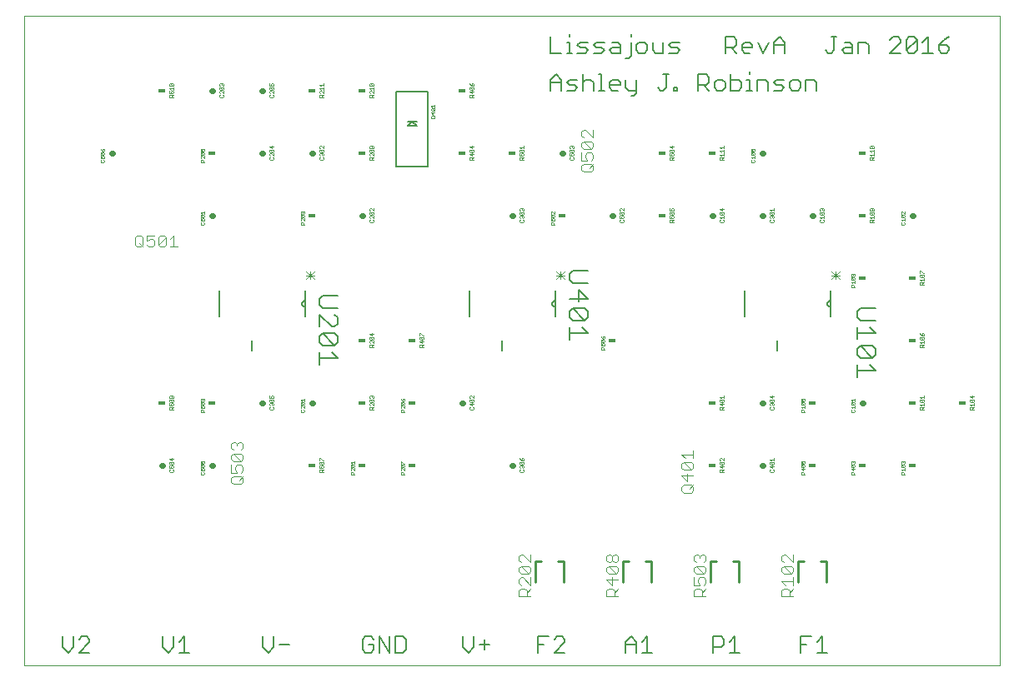
<source format=gto>
G75*
%MOIN*%
%OFA0B0*%
%FSLAX24Y24*%
%IPPOS*%
%LPD*%
%AMOC8*
5,1,8,0,0,1.08239X$1,22.5*
%
%ADD10C,0.0000*%
%ADD11C,0.0060*%
%ADD12C,0.0030*%
%ADD13C,0.0080*%
%ADD14C,0.0010*%
%ADD15R,0.0300X0.0180*%
%ADD16C,0.0220*%
%ADD17C,0.0100*%
%ADD18C,0.0040*%
%ADD19C,0.0050*%
D10*
X000680Y000705D02*
X039680Y000705D01*
X039680Y026705D01*
X000680Y026705D01*
X000680Y026701D02*
X000680Y000705D01*
D11*
X002210Y001449D02*
X002424Y001235D01*
X002637Y001449D01*
X002637Y001876D01*
X002855Y001769D02*
X002961Y001876D01*
X003175Y001876D01*
X003282Y001769D01*
X003282Y001662D01*
X002855Y001235D01*
X003282Y001235D01*
X002210Y001449D02*
X002210Y001876D01*
X006210Y001876D02*
X006210Y001449D01*
X006424Y001235D01*
X006637Y001449D01*
X006637Y001876D01*
X006855Y001662D02*
X007068Y001876D01*
X007068Y001235D01*
X006855Y001235D02*
X007282Y001235D01*
X010210Y001449D02*
X010424Y001235D01*
X010637Y001449D01*
X010637Y001876D01*
X010855Y001555D02*
X011282Y001555D01*
X010210Y001449D02*
X010210Y001876D01*
X014210Y001769D02*
X014210Y001342D01*
X014317Y001235D01*
X014530Y001235D01*
X014637Y001342D01*
X014637Y001555D01*
X014424Y001555D01*
X014637Y001769D02*
X014530Y001876D01*
X014317Y001876D01*
X014210Y001769D01*
X014855Y001876D02*
X015282Y001235D01*
X015282Y001876D01*
X015499Y001876D02*
X015819Y001876D01*
X015926Y001769D01*
X015926Y001342D01*
X015819Y001235D01*
X015499Y001235D01*
X015499Y001876D01*
X014855Y001876D02*
X014855Y001235D01*
X018210Y001449D02*
X018424Y001235D01*
X018637Y001449D01*
X018637Y001876D01*
X018855Y001555D02*
X019282Y001555D01*
X019068Y001342D02*
X019068Y001769D01*
X018210Y001876D02*
X018210Y001449D01*
X021210Y001555D02*
X021424Y001555D01*
X021210Y001876D02*
X021637Y001876D01*
X021855Y001769D02*
X021961Y001876D01*
X022175Y001876D01*
X022282Y001769D01*
X022282Y001662D01*
X021855Y001235D01*
X022282Y001235D01*
X021210Y001235D02*
X021210Y001876D01*
X024710Y001662D02*
X024710Y001235D01*
X024710Y001555D02*
X025137Y001555D01*
X025137Y001662D02*
X024924Y001876D01*
X024710Y001662D01*
X025137Y001662D02*
X025137Y001235D01*
X025355Y001235D02*
X025782Y001235D01*
X025568Y001235D02*
X025568Y001876D01*
X025355Y001662D01*
X028210Y001449D02*
X028530Y001449D01*
X028637Y001555D01*
X028637Y001769D01*
X028530Y001876D01*
X028210Y001876D01*
X028210Y001235D01*
X028855Y001235D02*
X029282Y001235D01*
X029068Y001235D02*
X029068Y001876D01*
X028855Y001662D01*
X031710Y001555D02*
X031924Y001555D01*
X031710Y001876D02*
X032137Y001876D01*
X032355Y001662D02*
X032568Y001876D01*
X032568Y001235D01*
X032355Y001235D02*
X032782Y001235D01*
X031710Y001235D02*
X031710Y001876D01*
X030770Y013315D02*
X030770Y013715D01*
X029460Y014695D02*
X029460Y015715D01*
X032900Y015715D02*
X032900Y015325D01*
X032900Y015085D01*
X032900Y014695D01*
X032900Y015085D02*
X032879Y015087D01*
X032859Y015092D01*
X032840Y015101D01*
X032823Y015113D01*
X032808Y015128D01*
X032796Y015145D01*
X032787Y015164D01*
X032782Y015184D01*
X032780Y015205D01*
X032782Y015226D01*
X032787Y015246D01*
X032796Y015265D01*
X032808Y015282D01*
X032823Y015297D01*
X032840Y015309D01*
X032859Y015318D01*
X032879Y015323D01*
X032900Y015325D01*
X021900Y015325D02*
X021900Y015715D01*
X021900Y015325D02*
X021900Y015085D01*
X021900Y014695D01*
X021900Y015085D02*
X021879Y015087D01*
X021859Y015092D01*
X021840Y015101D01*
X021823Y015113D01*
X021808Y015128D01*
X021796Y015145D01*
X021787Y015164D01*
X021782Y015184D01*
X021780Y015205D01*
X021782Y015226D01*
X021787Y015246D01*
X021796Y015265D01*
X021808Y015282D01*
X021823Y015297D01*
X021840Y015309D01*
X021859Y015318D01*
X021879Y015323D01*
X021900Y015325D01*
X019770Y013715D02*
X019770Y013315D01*
X018460Y014695D02*
X018460Y015715D01*
X011900Y015715D02*
X011900Y015325D01*
X011900Y015085D01*
X011900Y014695D01*
X011900Y015085D02*
X011879Y015087D01*
X011859Y015092D01*
X011840Y015101D01*
X011823Y015113D01*
X011808Y015128D01*
X011796Y015145D01*
X011787Y015164D01*
X011782Y015184D01*
X011780Y015205D01*
X011782Y015226D01*
X011787Y015246D01*
X011796Y015265D01*
X011808Y015282D01*
X011823Y015297D01*
X011840Y015309D01*
X011859Y015318D01*
X011879Y015323D01*
X011900Y015325D01*
X009770Y013715D02*
X009770Y013315D01*
X008460Y014695D02*
X008460Y015715D01*
X021710Y023735D02*
X021710Y024162D01*
X021924Y024376D01*
X022137Y024162D01*
X022137Y023735D01*
X022355Y023735D02*
X022675Y023735D01*
X022782Y023842D01*
X022675Y023949D01*
X022461Y023949D01*
X022355Y024055D01*
X022461Y024162D01*
X022782Y024162D01*
X022999Y024055D02*
X023106Y024162D01*
X023319Y024162D01*
X023426Y024055D01*
X023426Y023735D01*
X023644Y023735D02*
X023857Y023735D01*
X023750Y023735D02*
X023750Y024376D01*
X023644Y024376D01*
X024073Y024055D02*
X024180Y024162D01*
X024394Y024162D01*
X024500Y024055D01*
X024500Y023949D01*
X024073Y023949D01*
X024073Y024055D02*
X024073Y023842D01*
X024180Y023735D01*
X024394Y023735D01*
X024718Y023842D02*
X024825Y023735D01*
X025145Y023735D01*
X025145Y023628D02*
X025038Y023521D01*
X024931Y023521D01*
X025145Y023628D02*
X025145Y024162D01*
X024718Y024162D02*
X024718Y023842D01*
X026007Y023842D02*
X026114Y023735D01*
X026221Y023735D01*
X026327Y023842D01*
X026327Y024376D01*
X026221Y024376D02*
X026434Y024376D01*
X026652Y023842D02*
X026758Y023842D01*
X026758Y023735D01*
X026652Y023735D01*
X026652Y023842D01*
X027618Y023949D02*
X027939Y023949D01*
X028045Y024055D01*
X028045Y024269D01*
X027939Y024376D01*
X027618Y024376D01*
X027618Y023735D01*
X027832Y023949D02*
X028045Y023735D01*
X028263Y023842D02*
X028370Y023735D01*
X028583Y023735D01*
X028690Y023842D01*
X028690Y024055D01*
X028583Y024162D01*
X028370Y024162D01*
X028263Y024055D01*
X028263Y023842D01*
X028907Y023735D02*
X028907Y024376D01*
X028907Y024162D02*
X029228Y024162D01*
X029335Y024055D01*
X029335Y023842D01*
X029228Y023735D01*
X028907Y023735D01*
X029552Y023735D02*
X029766Y023735D01*
X029659Y023735D02*
X029659Y024162D01*
X029552Y024162D01*
X029659Y024376D02*
X029659Y024482D01*
X029982Y024162D02*
X030302Y024162D01*
X030409Y024055D01*
X030409Y023735D01*
X030626Y023735D02*
X030947Y023735D01*
X031053Y023842D01*
X030947Y023949D01*
X030733Y023949D01*
X030626Y024055D01*
X030733Y024162D01*
X031053Y024162D01*
X031271Y024055D02*
X031378Y024162D01*
X031591Y024162D01*
X031698Y024055D01*
X031698Y023842D01*
X031591Y023735D01*
X031378Y023735D01*
X031271Y023842D01*
X031271Y024055D01*
X031915Y024162D02*
X031915Y023735D01*
X032342Y023735D02*
X032342Y024055D01*
X032236Y024162D01*
X031915Y024162D01*
X029982Y024162D02*
X029982Y023735D01*
X030213Y025235D02*
X030426Y025662D01*
X030644Y025662D02*
X030644Y025235D01*
X030644Y025555D02*
X031071Y025555D01*
X031071Y025662D02*
X031071Y025235D01*
X031071Y025662D02*
X030857Y025876D01*
X030644Y025662D01*
X030213Y025235D02*
X029999Y025662D01*
X029782Y025555D02*
X029782Y025449D01*
X029355Y025449D01*
X029355Y025555D02*
X029355Y025342D01*
X029461Y025235D01*
X029675Y025235D01*
X029782Y025555D02*
X029675Y025662D01*
X029461Y025662D01*
X029355Y025555D01*
X029137Y025555D02*
X029030Y025449D01*
X028710Y025449D01*
X028924Y025449D02*
X029137Y025235D01*
X029137Y025555D02*
X029137Y025769D01*
X029030Y025876D01*
X028710Y025876D01*
X028710Y025235D01*
X026864Y025342D02*
X026757Y025449D01*
X026543Y025449D01*
X026437Y025555D01*
X026543Y025662D01*
X026864Y025662D01*
X026864Y025342D02*
X026757Y025235D01*
X026437Y025235D01*
X026219Y025235D02*
X026219Y025662D01*
X025792Y025662D02*
X025792Y025342D01*
X025899Y025235D01*
X026219Y025235D01*
X025575Y025342D02*
X025575Y025555D01*
X025468Y025662D01*
X025254Y025662D01*
X025148Y025555D01*
X025148Y025342D01*
X025254Y025235D01*
X025468Y025235D01*
X025575Y025342D01*
X024931Y025128D02*
X024931Y025662D01*
X024931Y025876D02*
X024931Y025982D01*
X024500Y025555D02*
X024394Y025662D01*
X024180Y025662D01*
X024180Y025449D02*
X024500Y025449D01*
X024500Y025555D02*
X024500Y025235D01*
X024180Y025235D01*
X024073Y025342D01*
X024180Y025449D01*
X023856Y025342D02*
X023749Y025449D01*
X023536Y025449D01*
X023429Y025555D01*
X023536Y025662D01*
X023856Y025662D01*
X023856Y025342D02*
X023749Y025235D01*
X023429Y025235D01*
X023211Y025342D02*
X023105Y025449D01*
X022891Y025449D01*
X022784Y025555D01*
X022891Y025662D01*
X023211Y025662D01*
X023211Y025342D02*
X023105Y025235D01*
X022784Y025235D01*
X022568Y025235D02*
X022355Y025235D01*
X022461Y025235D02*
X022461Y025662D01*
X022355Y025662D01*
X022461Y025876D02*
X022461Y025982D01*
X021710Y025876D02*
X021710Y025235D01*
X022137Y025235D01*
X022999Y024376D02*
X022999Y023735D01*
X022137Y024055D02*
X021710Y024055D01*
X024718Y025021D02*
X024825Y025021D01*
X024931Y025128D01*
X032710Y025342D02*
X032817Y025235D01*
X032924Y025235D01*
X033030Y025342D01*
X033030Y025876D01*
X032924Y025876D02*
X033137Y025876D01*
X033461Y025662D02*
X033675Y025662D01*
X033782Y025555D01*
X033782Y025235D01*
X033461Y025235D01*
X033355Y025342D01*
X033461Y025449D01*
X033782Y025449D01*
X033999Y025235D02*
X033999Y025662D01*
X034319Y025662D01*
X034426Y025555D01*
X034426Y025235D01*
X035288Y025235D02*
X035715Y025662D01*
X035715Y025769D01*
X035608Y025876D01*
X035395Y025876D01*
X035288Y025769D01*
X035288Y025235D02*
X035715Y025235D01*
X035933Y025342D02*
X036360Y025769D01*
X036360Y025342D01*
X036253Y025235D01*
X036040Y025235D01*
X035933Y025342D01*
X035933Y025769D01*
X036040Y025876D01*
X036253Y025876D01*
X036360Y025769D01*
X036577Y025662D02*
X036791Y025876D01*
X036791Y025235D01*
X037004Y025235D02*
X036577Y025235D01*
X037222Y025342D02*
X037222Y025555D01*
X037542Y025555D01*
X037649Y025449D01*
X037649Y025342D01*
X037542Y025235D01*
X037329Y025235D01*
X037222Y025342D01*
X037222Y025555D02*
X037435Y025769D01*
X037649Y025876D01*
D12*
X033257Y016490D02*
X032943Y016176D01*
X032943Y016333D02*
X033257Y016333D01*
X033257Y016176D02*
X032943Y016490D01*
X033100Y016490D02*
X033100Y016176D01*
X022257Y016176D02*
X021943Y016490D01*
X021943Y016333D02*
X022257Y016333D01*
X022257Y016490D02*
X021943Y016176D01*
X022100Y016176D02*
X022100Y016490D01*
X012257Y016490D02*
X011943Y016176D01*
X011943Y016333D02*
X012257Y016333D01*
X012257Y016176D02*
X011943Y016490D01*
X012100Y016490D02*
X012100Y016176D01*
D13*
X012593Y015525D02*
X012470Y015402D01*
X012470Y015155D01*
X012593Y015031D01*
X013211Y015031D01*
X013087Y014770D02*
X013211Y014647D01*
X013211Y014400D01*
X013087Y014276D01*
X012964Y014276D01*
X012470Y014770D01*
X012470Y014276D01*
X012593Y014015D02*
X013087Y013521D01*
X012593Y013521D01*
X012470Y013645D01*
X012470Y013891D01*
X012593Y014015D01*
X013087Y014015D01*
X013211Y013891D01*
X013211Y013645D01*
X013087Y013521D01*
X012964Y013260D02*
X013211Y013013D01*
X012470Y013013D01*
X012470Y013260D02*
X012470Y012766D01*
X012593Y015525D02*
X013211Y015525D01*
X022470Y015400D02*
X023211Y015400D01*
X022840Y015770D01*
X022840Y015276D01*
X022593Y015015D02*
X023087Y014521D01*
X022593Y014521D01*
X022470Y014645D01*
X022470Y014891D01*
X022593Y015015D01*
X023087Y015015D01*
X023211Y014891D01*
X023211Y014645D01*
X023087Y014521D01*
X022964Y014260D02*
X023211Y014013D01*
X022470Y014013D01*
X022470Y014260D02*
X022470Y013766D01*
X022593Y016031D02*
X023211Y016031D01*
X022593Y016031D02*
X022470Y016155D01*
X022470Y016402D01*
X022593Y016525D01*
X023211Y016525D01*
X033970Y014902D02*
X033970Y014655D01*
X034093Y014531D01*
X034711Y014531D01*
X034464Y014270D02*
X034711Y014023D01*
X033970Y014023D01*
X033970Y014270D02*
X033970Y013776D01*
X034093Y013515D02*
X034587Y013021D01*
X034093Y013021D01*
X033970Y013145D01*
X033970Y013391D01*
X034093Y013515D01*
X034587Y013515D01*
X034711Y013391D01*
X034711Y013145D01*
X034587Y013021D01*
X034464Y012760D02*
X034711Y012513D01*
X033970Y012513D01*
X033970Y012760D02*
X033970Y012266D01*
X033970Y014902D02*
X034093Y015025D01*
X034711Y015025D01*
D14*
X033875Y015860D02*
X033725Y015860D01*
X033725Y015935D01*
X033750Y015960D01*
X033800Y015960D01*
X033825Y015935D01*
X033825Y015860D01*
X033825Y015910D02*
X033875Y015960D01*
X033875Y016007D02*
X033875Y016107D01*
X033875Y016057D02*
X033725Y016057D01*
X033775Y016007D01*
X033750Y016155D02*
X033725Y016180D01*
X033725Y016230D01*
X033750Y016255D01*
X033850Y016155D01*
X033875Y016180D01*
X033875Y016230D01*
X033850Y016255D01*
X033750Y016255D01*
X033750Y016302D02*
X033775Y016302D01*
X033800Y016327D01*
X033800Y016377D01*
X033825Y016402D01*
X033850Y016402D01*
X033875Y016377D01*
X033875Y016327D01*
X033850Y016302D01*
X033825Y016302D01*
X033800Y016327D01*
X033800Y016377D02*
X033775Y016402D01*
X033750Y016402D01*
X033725Y016377D01*
X033725Y016327D01*
X033750Y016302D01*
X033750Y016155D02*
X033850Y016155D01*
X036485Y016168D02*
X036535Y016118D01*
X036560Y016071D02*
X036585Y016046D01*
X036585Y015971D01*
X036585Y016021D02*
X036635Y016071D01*
X036635Y016118D02*
X036635Y016218D01*
X036635Y016168D02*
X036485Y016168D01*
X036510Y016071D02*
X036560Y016071D01*
X036510Y016071D02*
X036485Y016046D01*
X036485Y015971D01*
X036635Y015971D01*
X036610Y016265D02*
X036510Y016365D01*
X036610Y016365D01*
X036635Y016340D01*
X036635Y016290D01*
X036610Y016265D01*
X036510Y016265D01*
X036485Y016290D01*
X036485Y016340D01*
X036510Y016365D01*
X036485Y016413D02*
X036485Y016513D01*
X036510Y016513D01*
X036610Y016413D01*
X036635Y016413D01*
X035850Y018360D02*
X035875Y018385D01*
X035875Y018435D01*
X035850Y018460D01*
X035875Y018507D02*
X035875Y018607D01*
X035875Y018557D02*
X035725Y018557D01*
X035775Y018507D01*
X035750Y018460D02*
X035725Y018435D01*
X035725Y018385D01*
X035750Y018360D01*
X035850Y018360D01*
X035850Y018655D02*
X035750Y018755D01*
X035850Y018755D01*
X035875Y018730D01*
X035875Y018680D01*
X035850Y018655D01*
X035750Y018655D01*
X035725Y018680D01*
X035725Y018730D01*
X035750Y018755D01*
X035750Y018802D02*
X035725Y018827D01*
X035725Y018877D01*
X035750Y018902D01*
X035775Y018902D01*
X035875Y018802D01*
X035875Y018902D01*
X034635Y018938D02*
X034635Y018988D01*
X034610Y019013D01*
X034510Y019013D01*
X034485Y018988D01*
X034485Y018938D01*
X034510Y018913D01*
X034535Y018913D01*
X034560Y018938D01*
X034560Y019013D01*
X034635Y018938D02*
X034610Y018913D01*
X034610Y018865D02*
X034635Y018840D01*
X034635Y018790D01*
X034610Y018765D01*
X034510Y018865D01*
X034610Y018865D01*
X034610Y018765D02*
X034510Y018765D01*
X034485Y018790D01*
X034485Y018840D01*
X034510Y018865D01*
X034635Y018718D02*
X034635Y018618D01*
X034635Y018571D02*
X034585Y018521D01*
X034585Y018546D02*
X034585Y018471D01*
X034635Y018471D02*
X034485Y018471D01*
X034485Y018546D01*
X034510Y018571D01*
X034560Y018571D01*
X034585Y018546D01*
X034535Y018618D02*
X034485Y018668D01*
X034635Y018668D01*
X032635Y018668D02*
X032485Y018668D01*
X032535Y018618D01*
X032510Y018571D02*
X032485Y018546D01*
X032485Y018496D01*
X032510Y018471D01*
X032610Y018471D01*
X032635Y018496D01*
X032635Y018546D01*
X032610Y018571D01*
X032635Y018618D02*
X032635Y018718D01*
X032610Y018765D02*
X032635Y018790D01*
X032635Y018840D01*
X032610Y018865D01*
X032510Y018865D01*
X032610Y018765D01*
X032510Y018765D01*
X032485Y018790D01*
X032485Y018840D01*
X032510Y018865D01*
X032510Y018913D02*
X032485Y018938D01*
X032485Y018988D01*
X032510Y019013D01*
X032535Y019013D01*
X032560Y018988D01*
X032585Y019013D01*
X032610Y019013D01*
X032635Y018988D01*
X032635Y018938D01*
X032610Y018913D01*
X032560Y018963D02*
X032560Y018988D01*
X030635Y019013D02*
X030635Y018913D01*
X030635Y018963D02*
X030485Y018963D01*
X030535Y018913D01*
X030510Y018865D02*
X030610Y018765D01*
X030635Y018790D01*
X030635Y018840D01*
X030610Y018865D01*
X030510Y018865D01*
X030485Y018840D01*
X030485Y018790D01*
X030510Y018765D01*
X030610Y018765D01*
X030610Y018718D02*
X030635Y018693D01*
X030635Y018643D01*
X030610Y018618D01*
X030610Y018571D02*
X030635Y018546D01*
X030635Y018496D01*
X030610Y018471D01*
X030510Y018471D01*
X030485Y018496D01*
X030485Y018546D01*
X030510Y018571D01*
X030510Y018618D02*
X030485Y018643D01*
X030485Y018693D01*
X030510Y018718D01*
X030535Y018718D01*
X030560Y018693D01*
X030585Y018718D01*
X030610Y018718D01*
X030560Y018693D02*
X030560Y018668D01*
X028635Y018668D02*
X028485Y018668D01*
X028535Y018618D01*
X028510Y018571D02*
X028485Y018546D01*
X028485Y018496D01*
X028510Y018471D01*
X028610Y018471D01*
X028635Y018496D01*
X028635Y018546D01*
X028610Y018571D01*
X028635Y018618D02*
X028635Y018718D01*
X028610Y018765D02*
X028510Y018865D01*
X028610Y018865D01*
X028635Y018840D01*
X028635Y018790D01*
X028610Y018765D01*
X028510Y018765D01*
X028485Y018790D01*
X028485Y018840D01*
X028510Y018865D01*
X028560Y018913D02*
X028560Y019013D01*
X028635Y018988D02*
X028485Y018988D01*
X028560Y018913D01*
X026635Y018938D02*
X026610Y018913D01*
X026635Y018938D02*
X026635Y018988D01*
X026610Y019013D01*
X026560Y019013D01*
X026535Y018988D01*
X026535Y018963D01*
X026560Y018913D01*
X026485Y018913D01*
X026485Y019013D01*
X026510Y018865D02*
X026610Y018765D01*
X026635Y018790D01*
X026635Y018840D01*
X026610Y018865D01*
X026510Y018865D01*
X026485Y018840D01*
X026485Y018790D01*
X026510Y018765D01*
X026610Y018765D01*
X026610Y018718D02*
X026635Y018693D01*
X026635Y018643D01*
X026610Y018618D01*
X026560Y018618D02*
X026535Y018668D01*
X026535Y018693D01*
X026560Y018718D01*
X026610Y018718D01*
X026560Y018618D02*
X026485Y018618D01*
X026485Y018718D01*
X026510Y018571D02*
X026560Y018571D01*
X026585Y018546D01*
X026585Y018471D01*
X026585Y018521D02*
X026635Y018571D01*
X026635Y018471D02*
X026485Y018471D01*
X026485Y018546D01*
X026510Y018571D01*
X024635Y018546D02*
X024610Y018571D01*
X024635Y018546D02*
X024635Y018496D01*
X024610Y018471D01*
X024510Y018471D01*
X024485Y018496D01*
X024485Y018546D01*
X024510Y018571D01*
X024485Y018618D02*
X024560Y018618D01*
X024535Y018668D01*
X024535Y018693D01*
X024560Y018718D01*
X024610Y018718D01*
X024635Y018693D01*
X024635Y018643D01*
X024610Y018618D01*
X024485Y018618D02*
X024485Y018718D01*
X024510Y018765D02*
X024485Y018790D01*
X024485Y018840D01*
X024510Y018865D01*
X024610Y018765D01*
X024635Y018790D01*
X024635Y018840D01*
X024610Y018865D01*
X024510Y018865D01*
X024510Y018913D02*
X024485Y018938D01*
X024485Y018988D01*
X024510Y019013D01*
X024535Y019013D01*
X024635Y018913D01*
X024635Y019013D01*
X024610Y018765D02*
X024510Y018765D01*
X021875Y018730D02*
X021875Y018680D01*
X021850Y018655D01*
X021750Y018755D01*
X021850Y018755D01*
X021875Y018730D01*
X021875Y018802D02*
X021775Y018902D01*
X021750Y018902D01*
X021725Y018877D01*
X021725Y018827D01*
X021750Y018802D01*
X021750Y018755D02*
X021725Y018730D01*
X021725Y018680D01*
X021750Y018655D01*
X021850Y018655D01*
X021850Y018607D02*
X021875Y018582D01*
X021875Y018532D01*
X021850Y018507D01*
X021800Y018507D02*
X021775Y018557D01*
X021775Y018582D01*
X021800Y018607D01*
X021850Y018607D01*
X021800Y018507D02*
X021725Y018507D01*
X021725Y018607D01*
X021750Y018460D02*
X021800Y018460D01*
X021825Y018435D01*
X021825Y018360D01*
X021875Y018360D02*
X021725Y018360D01*
X021725Y018435D01*
X021750Y018460D01*
X021825Y018410D02*
X021875Y018460D01*
X021875Y018802D02*
X021875Y018902D01*
X020635Y018938D02*
X020610Y018913D01*
X020635Y018938D02*
X020635Y018988D01*
X020610Y019013D01*
X020585Y019013D01*
X020560Y018988D01*
X020560Y018963D01*
X020560Y018988D02*
X020535Y019013D01*
X020510Y019013D01*
X020485Y018988D01*
X020485Y018938D01*
X020510Y018913D01*
X020510Y018865D02*
X020610Y018765D01*
X020635Y018790D01*
X020635Y018840D01*
X020610Y018865D01*
X020510Y018865D01*
X020485Y018840D01*
X020485Y018790D01*
X020510Y018765D01*
X020610Y018765D01*
X020610Y018718D02*
X020635Y018693D01*
X020635Y018643D01*
X020610Y018618D01*
X020610Y018571D02*
X020635Y018546D01*
X020635Y018496D01*
X020610Y018471D01*
X020510Y018471D01*
X020485Y018496D01*
X020485Y018546D01*
X020510Y018571D01*
X020510Y018618D02*
X020485Y018643D01*
X020485Y018693D01*
X020510Y018718D01*
X020535Y018718D01*
X020560Y018693D01*
X020585Y018718D01*
X020610Y018718D01*
X020560Y018693D02*
X020560Y018668D01*
X020585Y020971D02*
X020585Y021046D01*
X020560Y021071D01*
X020510Y021071D01*
X020485Y021046D01*
X020485Y020971D01*
X020635Y020971D01*
X020585Y021021D02*
X020635Y021071D01*
X020610Y021118D02*
X020635Y021143D01*
X020635Y021193D01*
X020610Y021218D01*
X020560Y021218D01*
X020535Y021193D01*
X020535Y021168D01*
X020560Y021118D01*
X020485Y021118D01*
X020485Y021218D01*
X020510Y021265D02*
X020485Y021290D01*
X020485Y021340D01*
X020510Y021365D01*
X020610Y021265D01*
X020635Y021290D01*
X020635Y021340D01*
X020610Y021365D01*
X020510Y021365D01*
X020535Y021413D02*
X020485Y021463D01*
X020635Y021463D01*
X020635Y021413D02*
X020635Y021513D01*
X020610Y021265D02*
X020510Y021265D01*
X018635Y021290D02*
X018610Y021265D01*
X018510Y021365D01*
X018610Y021365D01*
X018635Y021340D01*
X018635Y021290D01*
X018610Y021265D02*
X018510Y021265D01*
X018485Y021290D01*
X018485Y021340D01*
X018510Y021365D01*
X018560Y021413D02*
X018560Y021513D01*
X018635Y021488D02*
X018485Y021488D01*
X018560Y021413D01*
X018560Y021218D02*
X018560Y021118D01*
X018485Y021193D01*
X018635Y021193D01*
X018635Y021071D02*
X018585Y021021D01*
X018585Y021046D02*
X018585Y020971D01*
X018635Y020971D02*
X018485Y020971D01*
X018485Y021046D01*
X018510Y021071D01*
X018560Y021071D01*
X018585Y021046D01*
X017085Y022621D02*
X017085Y022696D01*
X017060Y022721D01*
X016960Y022721D01*
X016935Y022696D01*
X016935Y022621D01*
X017085Y022621D01*
X017010Y022768D02*
X017010Y022868D01*
X017060Y022915D02*
X016960Y023015D01*
X017060Y023015D01*
X017085Y022990D01*
X017085Y022940D01*
X017060Y022915D01*
X016960Y022915D01*
X016935Y022940D01*
X016935Y022990D01*
X016960Y023015D01*
X016985Y023063D02*
X016935Y023113D01*
X017085Y023113D01*
X017085Y023063D02*
X017085Y023163D01*
X017085Y022843D02*
X016935Y022843D01*
X017010Y022768D01*
X018485Y023471D02*
X018485Y023546D01*
X018510Y023571D01*
X018560Y023571D01*
X018585Y023546D01*
X018585Y023471D01*
X018585Y023521D02*
X018635Y023571D01*
X018560Y023618D02*
X018560Y023718D01*
X018610Y023765D02*
X018510Y023865D01*
X018610Y023865D01*
X018635Y023840D01*
X018635Y023790D01*
X018610Y023765D01*
X018510Y023765D01*
X018485Y023790D01*
X018485Y023840D01*
X018510Y023865D01*
X018560Y023913D02*
X018560Y023988D01*
X018585Y024013D01*
X018610Y024013D01*
X018635Y023988D01*
X018635Y023938D01*
X018610Y023913D01*
X018560Y023913D01*
X018510Y023963D01*
X018485Y024013D01*
X018485Y023693D02*
X018560Y023618D01*
X018635Y023693D02*
X018485Y023693D01*
X018485Y023471D02*
X018635Y023471D01*
X022485Y021488D02*
X022510Y021513D01*
X022535Y021513D01*
X022560Y021488D01*
X022585Y021513D01*
X022610Y021513D01*
X022635Y021488D01*
X022635Y021438D01*
X022610Y021413D01*
X022610Y021365D02*
X022635Y021340D01*
X022635Y021290D01*
X022610Y021265D01*
X022510Y021365D01*
X022610Y021365D01*
X022610Y021265D02*
X022510Y021265D01*
X022485Y021290D01*
X022485Y021340D01*
X022510Y021365D01*
X022510Y021413D02*
X022485Y021438D01*
X022485Y021488D01*
X022560Y021488D02*
X022560Y021463D01*
X022560Y021218D02*
X022610Y021218D01*
X022635Y021193D01*
X022635Y021143D01*
X022610Y021118D01*
X022610Y021071D02*
X022635Y021046D01*
X022635Y020996D01*
X022610Y020971D01*
X022510Y020971D01*
X022485Y020996D01*
X022485Y021046D01*
X022510Y021071D01*
X022485Y021118D02*
X022560Y021118D01*
X022535Y021168D01*
X022535Y021193D01*
X022560Y021218D01*
X022485Y021218D02*
X022485Y021118D01*
X026485Y021118D02*
X026560Y021118D01*
X026535Y021168D01*
X026535Y021193D01*
X026560Y021218D01*
X026610Y021218D01*
X026635Y021193D01*
X026635Y021143D01*
X026610Y021118D01*
X026635Y021071D02*
X026585Y021021D01*
X026585Y021046D02*
X026585Y020971D01*
X026635Y020971D02*
X026485Y020971D01*
X026485Y021046D01*
X026510Y021071D01*
X026560Y021071D01*
X026585Y021046D01*
X026485Y021118D02*
X026485Y021218D01*
X026510Y021265D02*
X026485Y021290D01*
X026485Y021340D01*
X026510Y021365D01*
X026610Y021265D01*
X026635Y021290D01*
X026635Y021340D01*
X026610Y021365D01*
X026510Y021365D01*
X026560Y021413D02*
X026560Y021513D01*
X026635Y021488D02*
X026485Y021488D01*
X026560Y021413D01*
X026610Y021265D02*
X026510Y021265D01*
X028485Y021315D02*
X028635Y021315D01*
X028635Y021265D02*
X028635Y021365D01*
X028635Y021413D02*
X028635Y021513D01*
X028635Y021463D02*
X028485Y021463D01*
X028535Y021413D01*
X028485Y021315D02*
X028535Y021265D01*
X028485Y021168D02*
X028635Y021168D01*
X028635Y021118D02*
X028635Y021218D01*
X028535Y021118D02*
X028485Y021168D01*
X028510Y021071D02*
X028560Y021071D01*
X028585Y021046D01*
X028585Y020971D01*
X028585Y021021D02*
X028635Y021071D01*
X028635Y020971D02*
X028485Y020971D01*
X028485Y021046D01*
X028510Y021071D01*
X029725Y021057D02*
X029875Y021057D01*
X029875Y021007D02*
X029875Y021107D01*
X029850Y021155D02*
X029750Y021255D01*
X029850Y021255D01*
X029875Y021230D01*
X029875Y021180D01*
X029850Y021155D01*
X029750Y021155D01*
X029725Y021180D01*
X029725Y021230D01*
X029750Y021255D01*
X029725Y021302D02*
X029800Y021302D01*
X029775Y021352D01*
X029775Y021377D01*
X029800Y021402D01*
X029850Y021402D01*
X029875Y021377D01*
X029875Y021327D01*
X029850Y021302D01*
X029725Y021302D02*
X029725Y021402D01*
X029725Y021057D02*
X029775Y021007D01*
X029750Y020960D02*
X029725Y020935D01*
X029725Y020885D01*
X029750Y020860D01*
X029850Y020860D01*
X029875Y020885D01*
X029875Y020935D01*
X029850Y020960D01*
X034485Y020971D02*
X034485Y021046D01*
X034510Y021071D01*
X034560Y021071D01*
X034585Y021046D01*
X034585Y020971D01*
X034585Y021021D02*
X034635Y021071D01*
X034635Y021118D02*
X034635Y021218D01*
X034635Y021265D02*
X034635Y021365D01*
X034635Y021315D02*
X034485Y021315D01*
X034535Y021265D01*
X034485Y021168D02*
X034635Y021168D01*
X034535Y021118D02*
X034485Y021168D01*
X034485Y020971D02*
X034635Y020971D01*
X034610Y021413D02*
X034510Y021513D01*
X034610Y021513D01*
X034635Y021488D01*
X034635Y021438D01*
X034610Y021413D01*
X034510Y021413D01*
X034485Y021438D01*
X034485Y021488D01*
X034510Y021513D01*
X036485Y014013D02*
X036510Y013963D01*
X036560Y013913D01*
X036560Y013988D01*
X036585Y014013D01*
X036610Y014013D01*
X036635Y013988D01*
X036635Y013938D01*
X036610Y013913D01*
X036560Y013913D01*
X036610Y013865D02*
X036635Y013840D01*
X036635Y013790D01*
X036610Y013765D01*
X036510Y013865D01*
X036610Y013865D01*
X036610Y013765D02*
X036510Y013765D01*
X036485Y013790D01*
X036485Y013840D01*
X036510Y013865D01*
X036635Y013718D02*
X036635Y013618D01*
X036635Y013571D02*
X036585Y013521D01*
X036585Y013546D02*
X036585Y013471D01*
X036635Y013471D02*
X036485Y013471D01*
X036485Y013546D01*
X036510Y013571D01*
X036560Y013571D01*
X036585Y013546D01*
X036535Y013618D02*
X036485Y013668D01*
X036635Y013668D01*
X036635Y011513D02*
X036635Y011413D01*
X036635Y011463D02*
X036485Y011463D01*
X036535Y011413D01*
X036510Y011365D02*
X036610Y011265D01*
X036635Y011290D01*
X036635Y011340D01*
X036610Y011365D01*
X036510Y011365D01*
X036485Y011340D01*
X036485Y011290D01*
X036510Y011265D01*
X036610Y011265D01*
X036635Y011218D02*
X036635Y011118D01*
X036635Y011071D02*
X036585Y011021D01*
X036585Y011046D02*
X036585Y010971D01*
X036635Y010971D02*
X036485Y010971D01*
X036485Y011046D01*
X036510Y011071D01*
X036560Y011071D01*
X036585Y011046D01*
X036535Y011118D02*
X036485Y011168D01*
X036635Y011168D01*
X038485Y011168D02*
X038635Y011168D01*
X038635Y011118D02*
X038635Y011218D01*
X038610Y011265D02*
X038510Y011365D01*
X038610Y011365D01*
X038635Y011340D01*
X038635Y011290D01*
X038610Y011265D01*
X038510Y011265D01*
X038485Y011290D01*
X038485Y011340D01*
X038510Y011365D01*
X038560Y011413D02*
X038560Y011513D01*
X038635Y011488D02*
X038485Y011488D01*
X038560Y011413D01*
X038485Y011168D02*
X038535Y011118D01*
X038560Y011071D02*
X038585Y011046D01*
X038585Y010971D01*
X038585Y011021D02*
X038635Y011071D01*
X038560Y011071D02*
X038510Y011071D01*
X038485Y011046D01*
X038485Y010971D01*
X038635Y010971D01*
X035875Y008877D02*
X035875Y008827D01*
X035850Y008802D01*
X035850Y008755D02*
X035875Y008730D01*
X035875Y008680D01*
X035850Y008655D01*
X035750Y008755D01*
X035850Y008755D01*
X035750Y008755D02*
X035725Y008730D01*
X035725Y008680D01*
X035750Y008655D01*
X035850Y008655D01*
X035875Y008607D02*
X035875Y008507D01*
X035875Y008460D02*
X035825Y008410D01*
X035825Y008435D02*
X035825Y008360D01*
X035875Y008360D02*
X035725Y008360D01*
X035725Y008435D01*
X035750Y008460D01*
X035800Y008460D01*
X035825Y008435D01*
X035775Y008507D02*
X035725Y008557D01*
X035875Y008557D01*
X035750Y008802D02*
X035725Y008827D01*
X035725Y008877D01*
X035750Y008902D01*
X035775Y008902D01*
X035800Y008877D01*
X035825Y008902D01*
X035850Y008902D01*
X035875Y008877D01*
X035800Y008877D02*
X035800Y008852D01*
X033875Y008827D02*
X033850Y008802D01*
X033875Y008827D02*
X033875Y008877D01*
X033850Y008902D01*
X033825Y008902D01*
X033800Y008877D01*
X033800Y008852D01*
X033800Y008877D02*
X033775Y008902D01*
X033750Y008902D01*
X033725Y008877D01*
X033725Y008827D01*
X033750Y008802D01*
X033750Y008755D02*
X033850Y008655D01*
X033875Y008680D01*
X033875Y008730D01*
X033850Y008755D01*
X033750Y008755D01*
X033725Y008730D01*
X033725Y008680D01*
X033750Y008655D01*
X033850Y008655D01*
X033800Y008607D02*
X033800Y008507D01*
X033725Y008582D01*
X033875Y008582D01*
X033875Y008460D02*
X033825Y008410D01*
X033825Y008435D02*
X033825Y008360D01*
X033875Y008360D02*
X033725Y008360D01*
X033725Y008435D01*
X033750Y008460D01*
X033800Y008460D01*
X033825Y008435D01*
X031875Y008460D02*
X031825Y008410D01*
X031825Y008435D02*
X031825Y008360D01*
X031875Y008360D02*
X031725Y008360D01*
X031725Y008435D01*
X031750Y008460D01*
X031800Y008460D01*
X031825Y008435D01*
X031800Y008507D02*
X031800Y008607D01*
X031850Y008655D02*
X031750Y008755D01*
X031850Y008755D01*
X031875Y008730D01*
X031875Y008680D01*
X031850Y008655D01*
X031750Y008655D01*
X031725Y008680D01*
X031725Y008730D01*
X031750Y008755D01*
X031725Y008802D02*
X031800Y008802D01*
X031775Y008852D01*
X031775Y008877D01*
X031800Y008902D01*
X031850Y008902D01*
X031875Y008877D01*
X031875Y008827D01*
X031850Y008802D01*
X031725Y008802D02*
X031725Y008902D01*
X031725Y008582D02*
X031800Y008507D01*
X031875Y008582D02*
X031725Y008582D01*
X030635Y008546D02*
X030610Y008571D01*
X030635Y008546D02*
X030635Y008496D01*
X030610Y008471D01*
X030510Y008471D01*
X030485Y008496D01*
X030485Y008546D01*
X030510Y008571D01*
X030560Y008618D02*
X030560Y008718D01*
X030610Y008765D02*
X030510Y008865D01*
X030610Y008865D01*
X030635Y008840D01*
X030635Y008790D01*
X030610Y008765D01*
X030510Y008765D01*
X030485Y008790D01*
X030485Y008840D01*
X030510Y008865D01*
X030535Y008913D02*
X030485Y008963D01*
X030635Y008963D01*
X030635Y008913D02*
X030635Y009013D01*
X030635Y008693D02*
X030485Y008693D01*
X030560Y008618D01*
X028635Y008571D02*
X028585Y008521D01*
X028585Y008546D02*
X028585Y008471D01*
X028635Y008471D02*
X028485Y008471D01*
X028485Y008546D01*
X028510Y008571D01*
X028560Y008571D01*
X028585Y008546D01*
X028560Y008618D02*
X028560Y008718D01*
X028610Y008765D02*
X028510Y008865D01*
X028610Y008865D01*
X028635Y008840D01*
X028635Y008790D01*
X028610Y008765D01*
X028510Y008765D01*
X028485Y008790D01*
X028485Y008840D01*
X028510Y008865D01*
X028510Y008913D02*
X028485Y008938D01*
X028485Y008988D01*
X028510Y009013D01*
X028535Y009013D01*
X028635Y008913D01*
X028635Y009013D01*
X028635Y008693D02*
X028485Y008693D01*
X028560Y008618D01*
X031725Y010860D02*
X031725Y010935D01*
X031750Y010960D01*
X031800Y010960D01*
X031825Y010935D01*
X031825Y010860D01*
X031875Y010860D02*
X031725Y010860D01*
X031825Y010910D02*
X031875Y010960D01*
X031875Y011007D02*
X031875Y011107D01*
X031875Y011057D02*
X031725Y011057D01*
X031775Y011007D01*
X031750Y011155D02*
X031725Y011180D01*
X031725Y011230D01*
X031750Y011255D01*
X031850Y011155D01*
X031875Y011180D01*
X031875Y011230D01*
X031850Y011255D01*
X031750Y011255D01*
X031725Y011302D02*
X031800Y011302D01*
X031775Y011352D01*
X031775Y011377D01*
X031800Y011402D01*
X031850Y011402D01*
X031875Y011377D01*
X031875Y011327D01*
X031850Y011302D01*
X031725Y011302D02*
X031725Y011402D01*
X031750Y011155D02*
X031850Y011155D01*
X030635Y011143D02*
X030610Y011118D01*
X030635Y011143D02*
X030635Y011193D01*
X030610Y011218D01*
X030585Y011218D01*
X030560Y011193D01*
X030560Y011168D01*
X030560Y011193D02*
X030535Y011218D01*
X030510Y011218D01*
X030485Y011193D01*
X030485Y011143D01*
X030510Y011118D01*
X030510Y011071D02*
X030485Y011046D01*
X030485Y010996D01*
X030510Y010971D01*
X030610Y010971D01*
X030635Y010996D01*
X030635Y011046D01*
X030610Y011071D01*
X030610Y011265D02*
X030510Y011365D01*
X030610Y011365D01*
X030635Y011340D01*
X030635Y011290D01*
X030610Y011265D01*
X030510Y011265D01*
X030485Y011290D01*
X030485Y011340D01*
X030510Y011365D01*
X030560Y011413D02*
X030560Y011513D01*
X030635Y011488D02*
X030485Y011488D01*
X030560Y011413D01*
X028635Y011413D02*
X028635Y011513D01*
X028635Y011463D02*
X028485Y011463D01*
X028535Y011413D01*
X028510Y011365D02*
X028610Y011265D01*
X028635Y011290D01*
X028635Y011340D01*
X028610Y011365D01*
X028510Y011365D01*
X028485Y011340D01*
X028485Y011290D01*
X028510Y011265D01*
X028610Y011265D01*
X028560Y011218D02*
X028560Y011118D01*
X028485Y011193D01*
X028635Y011193D01*
X028635Y011071D02*
X028585Y011021D01*
X028585Y011046D02*
X028585Y010971D01*
X028635Y010971D02*
X028485Y010971D01*
X028485Y011046D01*
X028510Y011071D01*
X028560Y011071D01*
X028585Y011046D01*
X023875Y013360D02*
X023725Y013360D01*
X023725Y013435D01*
X023750Y013460D01*
X023800Y013460D01*
X023825Y013435D01*
X023825Y013360D01*
X023825Y013410D02*
X023875Y013460D01*
X023850Y013507D02*
X023875Y013532D01*
X023875Y013582D01*
X023850Y013607D01*
X023800Y013607D01*
X023775Y013582D01*
X023775Y013557D01*
X023800Y013507D01*
X023725Y013507D01*
X023725Y013607D01*
X023750Y013655D02*
X023725Y013680D01*
X023725Y013730D01*
X023750Y013755D01*
X023850Y013655D01*
X023875Y013680D01*
X023875Y013730D01*
X023850Y013755D01*
X023750Y013755D01*
X023800Y013802D02*
X023800Y013877D01*
X023825Y013902D01*
X023850Y013902D01*
X023875Y013877D01*
X023875Y013827D01*
X023850Y013802D01*
X023800Y013802D01*
X023750Y013852D01*
X023725Y013902D01*
X023750Y013655D02*
X023850Y013655D01*
X018635Y011513D02*
X018635Y011413D01*
X018535Y011513D01*
X018510Y011513D01*
X018485Y011488D01*
X018485Y011438D01*
X018510Y011413D01*
X018510Y011365D02*
X018610Y011265D01*
X018635Y011290D01*
X018635Y011340D01*
X018610Y011365D01*
X018510Y011365D01*
X018485Y011340D01*
X018485Y011290D01*
X018510Y011265D01*
X018610Y011265D01*
X018560Y011218D02*
X018560Y011118D01*
X018485Y011193D01*
X018635Y011193D01*
X018610Y011071D02*
X018635Y011046D01*
X018635Y010996D01*
X018610Y010971D01*
X018510Y010971D01*
X018485Y010996D01*
X018485Y011046D01*
X018510Y011071D01*
X015875Y011107D02*
X015875Y011007D01*
X015775Y011107D01*
X015750Y011107D01*
X015725Y011082D01*
X015725Y011032D01*
X015750Y011007D01*
X015750Y010960D02*
X015800Y010960D01*
X015825Y010935D01*
X015825Y010860D01*
X015875Y010860D02*
X015725Y010860D01*
X015725Y010935D01*
X015750Y010960D01*
X015825Y010910D02*
X015875Y010960D01*
X015850Y011155D02*
X015750Y011255D01*
X015850Y011255D01*
X015875Y011230D01*
X015875Y011180D01*
X015850Y011155D01*
X015750Y011155D01*
X015725Y011180D01*
X015725Y011230D01*
X015750Y011255D01*
X015800Y011302D02*
X015750Y011352D01*
X015725Y011402D01*
X015800Y011377D02*
X015800Y011302D01*
X015850Y011302D01*
X015875Y011327D01*
X015875Y011377D01*
X015850Y011402D01*
X015825Y011402D01*
X015800Y011377D01*
X014635Y011340D02*
X014635Y011290D01*
X014610Y011265D01*
X014510Y011365D01*
X014610Y011365D01*
X014635Y011340D01*
X014610Y011413D02*
X014635Y011438D01*
X014635Y011488D01*
X014610Y011513D01*
X014585Y011513D01*
X014560Y011488D01*
X014560Y011463D01*
X014560Y011488D02*
X014535Y011513D01*
X014510Y011513D01*
X014485Y011488D01*
X014485Y011438D01*
X014510Y011413D01*
X014510Y011365D02*
X014485Y011340D01*
X014485Y011290D01*
X014510Y011265D01*
X014610Y011265D01*
X014635Y011218D02*
X014635Y011118D01*
X014535Y011218D01*
X014510Y011218D01*
X014485Y011193D01*
X014485Y011143D01*
X014510Y011118D01*
X014510Y011071D02*
X014560Y011071D01*
X014585Y011046D01*
X014585Y010971D01*
X014585Y011021D02*
X014635Y011071D01*
X014635Y010971D02*
X014485Y010971D01*
X014485Y011046D01*
X014510Y011071D01*
X011875Y011107D02*
X011875Y011007D01*
X011775Y011107D01*
X011750Y011107D01*
X011725Y011082D01*
X011725Y011032D01*
X011750Y011007D01*
X011750Y010960D02*
X011725Y010935D01*
X011725Y010885D01*
X011750Y010860D01*
X011850Y010860D01*
X011875Y010885D01*
X011875Y010935D01*
X011850Y010960D01*
X011850Y011155D02*
X011750Y011255D01*
X011850Y011255D01*
X011875Y011230D01*
X011875Y011180D01*
X011850Y011155D01*
X011750Y011155D01*
X011725Y011180D01*
X011725Y011230D01*
X011750Y011255D01*
X011775Y011302D02*
X011725Y011352D01*
X011875Y011352D01*
X011875Y011302D02*
X011875Y011402D01*
X010635Y011438D02*
X010610Y011413D01*
X010635Y011438D02*
X010635Y011488D01*
X010610Y011513D01*
X010560Y011513D01*
X010535Y011488D01*
X010535Y011463D01*
X010560Y011413D01*
X010485Y011413D01*
X010485Y011513D01*
X010510Y011365D02*
X010610Y011265D01*
X010635Y011290D01*
X010635Y011340D01*
X010610Y011365D01*
X010510Y011365D01*
X010485Y011340D01*
X010485Y011290D01*
X010510Y011265D01*
X010610Y011265D01*
X010610Y011218D02*
X010635Y011193D01*
X010635Y011143D01*
X010610Y011118D01*
X010610Y011071D02*
X010635Y011046D01*
X010635Y010996D01*
X010610Y010971D01*
X010510Y010971D01*
X010485Y010996D01*
X010485Y011046D01*
X010510Y011071D01*
X010510Y011118D02*
X010485Y011143D01*
X010485Y011193D01*
X010510Y011218D01*
X010535Y011218D01*
X010560Y011193D01*
X010585Y011218D01*
X010610Y011218D01*
X010560Y011193D02*
X010560Y011168D01*
X007875Y011180D02*
X007850Y011155D01*
X007750Y011255D01*
X007850Y011255D01*
X007875Y011230D01*
X007875Y011180D01*
X007850Y011155D02*
X007750Y011155D01*
X007725Y011180D01*
X007725Y011230D01*
X007750Y011255D01*
X007750Y011302D02*
X007775Y011302D01*
X007800Y011327D01*
X007800Y011377D01*
X007825Y011402D01*
X007850Y011402D01*
X007875Y011377D01*
X007875Y011327D01*
X007850Y011302D01*
X007825Y011302D01*
X007800Y011327D01*
X007800Y011377D02*
X007775Y011402D01*
X007750Y011402D01*
X007725Y011377D01*
X007725Y011327D01*
X007750Y011302D01*
X007725Y011107D02*
X007725Y011007D01*
X007800Y011007D01*
X007775Y011057D01*
X007775Y011082D01*
X007800Y011107D01*
X007850Y011107D01*
X007875Y011082D01*
X007875Y011032D01*
X007850Y011007D01*
X007875Y010960D02*
X007825Y010910D01*
X007825Y010935D02*
X007825Y010860D01*
X007875Y010860D02*
X007725Y010860D01*
X007725Y010935D01*
X007750Y010960D01*
X007800Y010960D01*
X007825Y010935D01*
X006635Y010971D02*
X006485Y010971D01*
X006485Y011046D01*
X006510Y011071D01*
X006560Y011071D01*
X006585Y011046D01*
X006585Y010971D01*
X006585Y011021D02*
X006635Y011071D01*
X006610Y011118D02*
X006635Y011143D01*
X006635Y011193D01*
X006610Y011218D01*
X006560Y011218D01*
X006535Y011193D01*
X006535Y011168D01*
X006560Y011118D01*
X006485Y011118D01*
X006485Y011218D01*
X006510Y011265D02*
X006485Y011290D01*
X006485Y011340D01*
X006510Y011365D01*
X006610Y011265D01*
X006635Y011290D01*
X006635Y011340D01*
X006610Y011365D01*
X006510Y011365D01*
X006510Y011413D02*
X006535Y011413D01*
X006560Y011438D01*
X006560Y011513D01*
X006610Y011513D02*
X006510Y011513D01*
X006485Y011488D01*
X006485Y011438D01*
X006510Y011413D01*
X006610Y011413D02*
X006635Y011438D01*
X006635Y011488D01*
X006610Y011513D01*
X006610Y011265D02*
X006510Y011265D01*
X006560Y009013D02*
X006560Y008913D01*
X006485Y008988D01*
X006635Y008988D01*
X006610Y008865D02*
X006635Y008840D01*
X006635Y008790D01*
X006610Y008765D01*
X006510Y008865D01*
X006610Y008865D01*
X006610Y008765D02*
X006510Y008765D01*
X006485Y008790D01*
X006485Y008840D01*
X006510Y008865D01*
X006485Y008718D02*
X006485Y008618D01*
X006560Y008618D01*
X006535Y008668D01*
X006535Y008693D01*
X006560Y008718D01*
X006610Y008718D01*
X006635Y008693D01*
X006635Y008643D01*
X006610Y008618D01*
X006610Y008571D02*
X006635Y008546D01*
X006635Y008496D01*
X006610Y008471D01*
X006510Y008471D01*
X006485Y008496D01*
X006485Y008546D01*
X006510Y008571D01*
X007725Y008607D02*
X007725Y008507D01*
X007800Y008507D01*
X007775Y008557D01*
X007775Y008582D01*
X007800Y008607D01*
X007850Y008607D01*
X007875Y008582D01*
X007875Y008532D01*
X007850Y008507D01*
X007850Y008460D02*
X007875Y008435D01*
X007875Y008385D01*
X007850Y008360D01*
X007750Y008360D01*
X007725Y008385D01*
X007725Y008435D01*
X007750Y008460D01*
X007750Y008655D02*
X007725Y008680D01*
X007725Y008730D01*
X007750Y008755D01*
X007850Y008655D01*
X007875Y008680D01*
X007875Y008730D01*
X007850Y008755D01*
X007750Y008755D01*
X007725Y008802D02*
X007800Y008802D01*
X007775Y008852D01*
X007775Y008877D01*
X007800Y008902D01*
X007850Y008902D01*
X007875Y008877D01*
X007875Y008827D01*
X007850Y008802D01*
X007725Y008802D02*
X007725Y008902D01*
X007750Y008655D02*
X007850Y008655D01*
X012485Y008618D02*
X012560Y008618D01*
X012535Y008668D01*
X012535Y008693D01*
X012560Y008718D01*
X012610Y008718D01*
X012635Y008693D01*
X012635Y008643D01*
X012610Y008618D01*
X012635Y008571D02*
X012585Y008521D01*
X012585Y008546D02*
X012585Y008471D01*
X012635Y008471D02*
X012485Y008471D01*
X012485Y008546D01*
X012510Y008571D01*
X012560Y008571D01*
X012585Y008546D01*
X012485Y008618D02*
X012485Y008718D01*
X012510Y008765D02*
X012485Y008790D01*
X012485Y008840D01*
X012510Y008865D01*
X012610Y008765D01*
X012635Y008790D01*
X012635Y008840D01*
X012610Y008865D01*
X012510Y008865D01*
X012485Y008913D02*
X012485Y009013D01*
X012510Y009013D01*
X012610Y008913D01*
X012635Y008913D01*
X012610Y008765D02*
X012510Y008765D01*
X013725Y008730D02*
X013750Y008755D01*
X013850Y008655D01*
X013875Y008680D01*
X013875Y008730D01*
X013850Y008755D01*
X013750Y008755D01*
X013725Y008730D02*
X013725Y008680D01*
X013750Y008655D01*
X013850Y008655D01*
X013875Y008607D02*
X013875Y008507D01*
X013775Y008607D01*
X013750Y008607D01*
X013725Y008582D01*
X013725Y008532D01*
X013750Y008507D01*
X013750Y008460D02*
X013800Y008460D01*
X013825Y008435D01*
X013825Y008360D01*
X013875Y008360D02*
X013725Y008360D01*
X013725Y008435D01*
X013750Y008460D01*
X013825Y008410D02*
X013875Y008460D01*
X013875Y008802D02*
X013875Y008902D01*
X013875Y008852D02*
X013725Y008852D01*
X013775Y008802D01*
X015725Y008802D02*
X015725Y008902D01*
X015750Y008902D01*
X015850Y008802D01*
X015875Y008802D01*
X015850Y008755D02*
X015750Y008755D01*
X015850Y008655D01*
X015875Y008680D01*
X015875Y008730D01*
X015850Y008755D01*
X015750Y008755D02*
X015725Y008730D01*
X015725Y008680D01*
X015750Y008655D01*
X015850Y008655D01*
X015875Y008607D02*
X015875Y008507D01*
X015775Y008607D01*
X015750Y008607D01*
X015725Y008582D01*
X015725Y008532D01*
X015750Y008507D01*
X015750Y008460D02*
X015800Y008460D01*
X015825Y008435D01*
X015825Y008360D01*
X015875Y008360D02*
X015725Y008360D01*
X015725Y008435D01*
X015750Y008460D01*
X015825Y008410D02*
X015875Y008460D01*
X020485Y008496D02*
X020510Y008471D01*
X020610Y008471D01*
X020635Y008496D01*
X020635Y008546D01*
X020610Y008571D01*
X020610Y008618D02*
X020635Y008643D01*
X020635Y008693D01*
X020610Y008718D01*
X020585Y008718D01*
X020560Y008693D01*
X020560Y008668D01*
X020560Y008693D02*
X020535Y008718D01*
X020510Y008718D01*
X020485Y008693D01*
X020485Y008643D01*
X020510Y008618D01*
X020510Y008571D02*
X020485Y008546D01*
X020485Y008496D01*
X020510Y008765D02*
X020485Y008790D01*
X020485Y008840D01*
X020510Y008865D01*
X020610Y008765D01*
X020635Y008790D01*
X020635Y008840D01*
X020610Y008865D01*
X020510Y008865D01*
X020560Y008913D02*
X020560Y008988D01*
X020585Y009013D01*
X020610Y009013D01*
X020635Y008988D01*
X020635Y008938D01*
X020610Y008913D01*
X020560Y008913D01*
X020510Y008963D01*
X020485Y009013D01*
X020510Y008765D02*
X020610Y008765D01*
X016635Y013471D02*
X016485Y013471D01*
X016485Y013546D01*
X016510Y013571D01*
X016560Y013571D01*
X016585Y013546D01*
X016585Y013471D01*
X016585Y013521D02*
X016635Y013571D01*
X016560Y013618D02*
X016560Y013718D01*
X016610Y013765D02*
X016510Y013865D01*
X016610Y013865D01*
X016635Y013840D01*
X016635Y013790D01*
X016610Y013765D01*
X016510Y013765D01*
X016485Y013790D01*
X016485Y013840D01*
X016510Y013865D01*
X016485Y013913D02*
X016485Y014013D01*
X016510Y014013D01*
X016610Y013913D01*
X016635Y013913D01*
X016635Y013693D02*
X016485Y013693D01*
X016560Y013618D01*
X014635Y013618D02*
X014535Y013718D01*
X014510Y013718D01*
X014485Y013693D01*
X014485Y013643D01*
X014510Y013618D01*
X014510Y013571D02*
X014560Y013571D01*
X014585Y013546D01*
X014585Y013471D01*
X014585Y013521D02*
X014635Y013571D01*
X014635Y013618D02*
X014635Y013718D01*
X014610Y013765D02*
X014510Y013865D01*
X014610Y013865D01*
X014635Y013840D01*
X014635Y013790D01*
X014610Y013765D01*
X014510Y013765D01*
X014485Y013790D01*
X014485Y013840D01*
X014510Y013865D01*
X014560Y013913D02*
X014560Y014013D01*
X014635Y013988D02*
X014485Y013988D01*
X014560Y013913D01*
X014510Y013571D02*
X014485Y013546D01*
X014485Y013471D01*
X014635Y013471D01*
X014610Y018471D02*
X014635Y018496D01*
X014635Y018546D01*
X014610Y018571D01*
X014635Y018618D02*
X014535Y018718D01*
X014510Y018718D01*
X014485Y018693D01*
X014485Y018643D01*
X014510Y018618D01*
X014510Y018571D02*
X014485Y018546D01*
X014485Y018496D01*
X014510Y018471D01*
X014610Y018471D01*
X014635Y018618D02*
X014635Y018718D01*
X014610Y018765D02*
X014510Y018865D01*
X014610Y018865D01*
X014635Y018840D01*
X014635Y018790D01*
X014610Y018765D01*
X014510Y018765D01*
X014485Y018790D01*
X014485Y018840D01*
X014510Y018865D01*
X014510Y018913D02*
X014485Y018938D01*
X014485Y018988D01*
X014510Y019013D01*
X014535Y019013D01*
X014635Y018913D01*
X014635Y019013D01*
X011875Y018877D02*
X011875Y018827D01*
X011850Y018802D01*
X011825Y018802D01*
X011800Y018827D01*
X011800Y018877D01*
X011825Y018902D01*
X011850Y018902D01*
X011875Y018877D01*
X011800Y018877D02*
X011775Y018902D01*
X011750Y018902D01*
X011725Y018877D01*
X011725Y018827D01*
X011750Y018802D01*
X011775Y018802D01*
X011800Y018827D01*
X011850Y018755D02*
X011875Y018730D01*
X011875Y018680D01*
X011850Y018655D01*
X011750Y018755D01*
X011850Y018755D01*
X011750Y018755D02*
X011725Y018730D01*
X011725Y018680D01*
X011750Y018655D01*
X011850Y018655D01*
X011875Y018607D02*
X011875Y018507D01*
X011775Y018607D01*
X011750Y018607D01*
X011725Y018582D01*
X011725Y018532D01*
X011750Y018507D01*
X011750Y018460D02*
X011800Y018460D01*
X011825Y018435D01*
X011825Y018360D01*
X011875Y018360D02*
X011725Y018360D01*
X011725Y018435D01*
X011750Y018460D01*
X011825Y018410D02*
X011875Y018460D01*
X007875Y018435D02*
X007850Y018460D01*
X007875Y018435D02*
X007875Y018385D01*
X007850Y018360D01*
X007750Y018360D01*
X007725Y018385D01*
X007725Y018435D01*
X007750Y018460D01*
X007725Y018507D02*
X007800Y018507D01*
X007775Y018557D01*
X007775Y018582D01*
X007800Y018607D01*
X007850Y018607D01*
X007875Y018582D01*
X007875Y018532D01*
X007850Y018507D01*
X007725Y018507D02*
X007725Y018607D01*
X007750Y018655D02*
X007725Y018680D01*
X007725Y018730D01*
X007750Y018755D01*
X007850Y018655D01*
X007875Y018680D01*
X007875Y018730D01*
X007850Y018755D01*
X007750Y018755D01*
X007775Y018802D02*
X007725Y018852D01*
X007875Y018852D01*
X007875Y018802D02*
X007875Y018902D01*
X007850Y018655D02*
X007750Y018655D01*
X007725Y020860D02*
X007725Y020935D01*
X007750Y020960D01*
X007800Y020960D01*
X007825Y020935D01*
X007825Y020860D01*
X007875Y020860D02*
X007725Y020860D01*
X007825Y020910D02*
X007875Y020960D01*
X007875Y021007D02*
X007775Y021107D01*
X007750Y021107D01*
X007725Y021082D01*
X007725Y021032D01*
X007750Y021007D01*
X007875Y021007D02*
X007875Y021107D01*
X007850Y021155D02*
X007750Y021255D01*
X007850Y021255D01*
X007875Y021230D01*
X007875Y021180D01*
X007850Y021155D01*
X007750Y021155D01*
X007725Y021180D01*
X007725Y021230D01*
X007750Y021255D01*
X007725Y021302D02*
X007800Y021302D01*
X007775Y021352D01*
X007775Y021377D01*
X007800Y021402D01*
X007850Y021402D01*
X007875Y021377D01*
X007875Y021327D01*
X007850Y021302D01*
X007725Y021302D02*
X007725Y021402D01*
X010485Y021340D02*
X010510Y021365D01*
X010610Y021265D01*
X010635Y021290D01*
X010635Y021340D01*
X010610Y021365D01*
X010510Y021365D01*
X010485Y021340D02*
X010485Y021290D01*
X010510Y021265D01*
X010610Y021265D01*
X010635Y021218D02*
X010635Y021118D01*
X010535Y021218D01*
X010510Y021218D01*
X010485Y021193D01*
X010485Y021143D01*
X010510Y021118D01*
X010510Y021071D02*
X010485Y021046D01*
X010485Y020996D01*
X010510Y020971D01*
X010610Y020971D01*
X010635Y020996D01*
X010635Y021046D01*
X010610Y021071D01*
X010560Y021413D02*
X010560Y021513D01*
X010635Y021488D02*
X010485Y021488D01*
X010560Y021413D01*
X012485Y021438D02*
X012510Y021413D01*
X012485Y021438D02*
X012485Y021488D01*
X012510Y021513D01*
X012535Y021513D01*
X012635Y021413D01*
X012635Y021513D01*
X012610Y021365D02*
X012635Y021340D01*
X012635Y021290D01*
X012610Y021265D01*
X012510Y021365D01*
X012610Y021365D01*
X012610Y021265D02*
X012510Y021265D01*
X012485Y021290D01*
X012485Y021340D01*
X012510Y021365D01*
X012510Y021218D02*
X012485Y021193D01*
X012485Y021143D01*
X012510Y021118D01*
X012510Y021071D02*
X012485Y021046D01*
X012485Y020996D01*
X012510Y020971D01*
X012610Y020971D01*
X012635Y020996D01*
X012635Y021046D01*
X012610Y021071D01*
X012610Y021118D02*
X012635Y021143D01*
X012635Y021193D01*
X012610Y021218D01*
X012585Y021218D01*
X012560Y021193D01*
X012560Y021168D01*
X012560Y021193D02*
X012535Y021218D01*
X012510Y021218D01*
X014485Y021193D02*
X014485Y021143D01*
X014510Y021118D01*
X014510Y021071D02*
X014560Y021071D01*
X014585Y021046D01*
X014585Y020971D01*
X014585Y021021D02*
X014635Y021071D01*
X014635Y021118D02*
X014535Y021218D01*
X014510Y021218D01*
X014485Y021193D01*
X014510Y021265D02*
X014485Y021290D01*
X014485Y021340D01*
X014510Y021365D01*
X014610Y021265D01*
X014635Y021290D01*
X014635Y021340D01*
X014610Y021365D01*
X014510Y021365D01*
X014510Y021413D02*
X014535Y021413D01*
X014560Y021438D01*
X014560Y021513D01*
X014610Y021513D02*
X014510Y021513D01*
X014485Y021488D01*
X014485Y021438D01*
X014510Y021413D01*
X014610Y021413D02*
X014635Y021438D01*
X014635Y021488D01*
X014610Y021513D01*
X014610Y021265D02*
X014510Y021265D01*
X014635Y021218D02*
X014635Y021118D01*
X014510Y021071D02*
X014485Y021046D01*
X014485Y020971D01*
X014635Y020971D01*
X014635Y023471D02*
X014485Y023471D01*
X014485Y023546D01*
X014510Y023571D01*
X014560Y023571D01*
X014585Y023546D01*
X014585Y023471D01*
X014585Y023521D02*
X014635Y023571D01*
X014635Y023618D02*
X014535Y023718D01*
X014510Y023718D01*
X014485Y023693D01*
X014485Y023643D01*
X014510Y023618D01*
X014635Y023618D02*
X014635Y023718D01*
X014635Y023765D02*
X014635Y023865D01*
X014635Y023815D02*
X014485Y023815D01*
X014535Y023765D01*
X014510Y023913D02*
X014485Y023938D01*
X014485Y023988D01*
X014510Y024013D01*
X014610Y023913D01*
X014635Y023938D01*
X014635Y023988D01*
X014610Y024013D01*
X014510Y024013D01*
X014510Y023913D02*
X014610Y023913D01*
X012635Y023913D02*
X012635Y024013D01*
X012635Y023963D02*
X012485Y023963D01*
X012535Y023913D01*
X012485Y023815D02*
X012635Y023815D01*
X012635Y023765D02*
X012635Y023865D01*
X012535Y023765D02*
X012485Y023815D01*
X012510Y023718D02*
X012485Y023693D01*
X012485Y023643D01*
X012510Y023618D01*
X012510Y023571D02*
X012560Y023571D01*
X012585Y023546D01*
X012585Y023471D01*
X012585Y023521D02*
X012635Y023571D01*
X012635Y023618D02*
X012535Y023718D01*
X012510Y023718D01*
X012635Y023718D02*
X012635Y023618D01*
X012510Y023571D02*
X012485Y023546D01*
X012485Y023471D01*
X012635Y023471D01*
X010635Y023496D02*
X010635Y023546D01*
X010610Y023571D01*
X010635Y023618D02*
X010535Y023718D01*
X010510Y023718D01*
X010485Y023693D01*
X010485Y023643D01*
X010510Y023618D01*
X010510Y023571D02*
X010485Y023546D01*
X010485Y023496D01*
X010510Y023471D01*
X010610Y023471D01*
X010635Y023496D01*
X010635Y023618D02*
X010635Y023718D01*
X010610Y023765D02*
X010510Y023865D01*
X010610Y023865D01*
X010635Y023840D01*
X010635Y023790D01*
X010610Y023765D01*
X010510Y023765D01*
X010485Y023790D01*
X010485Y023840D01*
X010510Y023865D01*
X010485Y023913D02*
X010560Y023913D01*
X010535Y023963D01*
X010535Y023988D01*
X010560Y024013D01*
X010610Y024013D01*
X010635Y023988D01*
X010635Y023938D01*
X010610Y023913D01*
X010485Y023913D02*
X010485Y024013D01*
X008635Y023988D02*
X008635Y023938D01*
X008610Y023913D01*
X008610Y023865D02*
X008635Y023840D01*
X008635Y023790D01*
X008610Y023765D01*
X008510Y023865D01*
X008610Y023865D01*
X008610Y023765D02*
X008510Y023765D01*
X008485Y023790D01*
X008485Y023840D01*
X008510Y023865D01*
X008510Y023913D02*
X008485Y023938D01*
X008485Y023988D01*
X008510Y024013D01*
X008535Y024013D01*
X008560Y023988D01*
X008585Y024013D01*
X008610Y024013D01*
X008635Y023988D01*
X008560Y023988D02*
X008560Y023963D01*
X008535Y023718D02*
X008510Y023718D01*
X008485Y023693D01*
X008485Y023643D01*
X008510Y023618D01*
X008510Y023571D02*
X008485Y023546D01*
X008485Y023496D01*
X008510Y023471D01*
X008610Y023471D01*
X008635Y023496D01*
X008635Y023546D01*
X008610Y023571D01*
X008635Y023618D02*
X008535Y023718D01*
X008635Y023718D02*
X008635Y023618D01*
X006635Y023643D02*
X006610Y023618D01*
X006635Y023643D02*
X006635Y023693D01*
X006610Y023718D01*
X006560Y023718D01*
X006535Y023693D01*
X006535Y023668D01*
X006560Y023618D01*
X006485Y023618D01*
X006485Y023718D01*
X006535Y023765D02*
X006485Y023815D01*
X006635Y023815D01*
X006635Y023765D02*
X006635Y023865D01*
X006610Y023913D02*
X006510Y024013D01*
X006610Y024013D01*
X006635Y023988D01*
X006635Y023938D01*
X006610Y023913D01*
X006510Y023913D01*
X006485Y023938D01*
X006485Y023988D01*
X006510Y024013D01*
X006510Y023571D02*
X006560Y023571D01*
X006585Y023546D01*
X006585Y023471D01*
X006585Y023521D02*
X006635Y023571D01*
X006635Y023471D02*
X006485Y023471D01*
X006485Y023546D01*
X006510Y023571D01*
X003875Y021377D02*
X003850Y021402D01*
X003825Y021402D01*
X003800Y021377D01*
X003800Y021302D01*
X003850Y021302D01*
X003875Y021327D01*
X003875Y021377D01*
X003800Y021302D02*
X003750Y021352D01*
X003725Y021402D01*
X003750Y021255D02*
X003850Y021155D01*
X003875Y021180D01*
X003875Y021230D01*
X003850Y021255D01*
X003750Y021255D01*
X003725Y021230D01*
X003725Y021180D01*
X003750Y021155D01*
X003850Y021155D01*
X003850Y021107D02*
X003875Y021082D01*
X003875Y021032D01*
X003850Y021007D01*
X003850Y020960D02*
X003875Y020935D01*
X003875Y020885D01*
X003850Y020860D01*
X003750Y020860D01*
X003725Y020885D01*
X003725Y020935D01*
X003750Y020960D01*
X003725Y021007D02*
X003800Y021007D01*
X003775Y021057D01*
X003775Y021082D01*
X003800Y021107D01*
X003850Y021107D01*
X003725Y021107D02*
X003725Y021007D01*
X033725Y011352D02*
X033875Y011352D01*
X033875Y011302D02*
X033875Y011402D01*
X033775Y011302D02*
X033725Y011352D01*
X033750Y011255D02*
X033850Y011155D01*
X033875Y011180D01*
X033875Y011230D01*
X033850Y011255D01*
X033750Y011255D01*
X033725Y011230D01*
X033725Y011180D01*
X033750Y011155D01*
X033850Y011155D01*
X033875Y011107D02*
X033875Y011007D01*
X033875Y011057D02*
X033725Y011057D01*
X033775Y011007D01*
X033750Y010960D02*
X033725Y010935D01*
X033725Y010885D01*
X033750Y010860D01*
X033850Y010860D01*
X033875Y010885D01*
X033875Y010935D01*
X033850Y010960D01*
D15*
X032180Y011205D03*
X036180Y011205D03*
X038180Y011205D03*
X036180Y008705D03*
X034180Y008705D03*
X032180Y008705D03*
X028180Y008705D03*
X028180Y011205D03*
X024180Y013705D03*
X016180Y013705D03*
X014180Y013705D03*
X014180Y011205D03*
X016180Y011205D03*
X016180Y008705D03*
X014180Y008705D03*
X012180Y008705D03*
X008180Y011205D03*
X006180Y011205D03*
X012180Y018705D03*
X014180Y021205D03*
X018180Y021205D03*
X020180Y021205D03*
X018180Y023705D03*
X014180Y023705D03*
X012180Y023705D03*
X008180Y021205D03*
X006180Y023705D03*
X022180Y018705D03*
X026180Y018705D03*
X026180Y021205D03*
X028180Y021205D03*
X034180Y021205D03*
X034180Y018705D03*
X034180Y016205D03*
X036180Y016205D03*
X036180Y013705D03*
D16*
X034192Y011205D02*
X034168Y011205D01*
X030192Y011205D02*
X030168Y011205D01*
X030192Y008705D02*
X030168Y008705D01*
X020192Y008705D02*
X020168Y008705D01*
X018192Y011205D02*
X018168Y011205D01*
X012192Y011205D02*
X012168Y011205D01*
X010192Y011205D02*
X010168Y011205D01*
X008192Y008705D02*
X008168Y008705D01*
X006192Y008705D02*
X006168Y008705D01*
X008168Y018705D02*
X008192Y018705D01*
X010168Y021205D02*
X010192Y021205D01*
X012168Y021205D02*
X012192Y021205D01*
X014168Y018705D02*
X014192Y018705D01*
X020168Y018705D02*
X020192Y018705D01*
X024168Y018705D02*
X024192Y018705D01*
X028168Y018705D02*
X028192Y018705D01*
X030168Y018705D02*
X030192Y018705D01*
X032168Y018705D02*
X032192Y018705D01*
X036168Y018705D02*
X036192Y018705D01*
X030192Y021205D02*
X030168Y021205D01*
X022192Y021205D02*
X022168Y021205D01*
X010192Y023705D02*
X010168Y023705D01*
X008192Y023705D02*
X008168Y023705D01*
X004192Y021205D02*
X004168Y021205D01*
D17*
X021109Y004894D02*
X021345Y004894D01*
X021109Y004894D02*
X021109Y004048D01*
X022251Y004048D02*
X022251Y004894D01*
X022015Y004894D01*
X024609Y004894D02*
X024609Y004048D01*
X025751Y004048D02*
X025751Y004894D01*
X025515Y004894D01*
X024845Y004894D02*
X024609Y004894D01*
X028109Y004894D02*
X028109Y004048D01*
X029251Y004048D02*
X029251Y004894D01*
X029015Y004894D01*
X028345Y004894D02*
X028109Y004894D01*
X031609Y004894D02*
X031609Y004048D01*
X032751Y004048D02*
X032751Y004894D01*
X032515Y004894D01*
X031845Y004894D02*
X031609Y004894D01*
D18*
X031410Y004856D02*
X031103Y005163D01*
X031026Y005163D01*
X030950Y005086D01*
X030950Y004933D01*
X031026Y004856D01*
X031026Y004703D02*
X031333Y004396D01*
X031410Y004473D01*
X031410Y004626D01*
X031333Y004703D01*
X031026Y004703D01*
X030950Y004626D01*
X030950Y004473D01*
X031026Y004396D01*
X031333Y004396D01*
X031410Y004242D02*
X031410Y003935D01*
X031410Y003782D02*
X031257Y003628D01*
X031257Y003705D02*
X031257Y003475D01*
X031410Y003475D02*
X030950Y003475D01*
X030950Y003705D01*
X031026Y003782D01*
X031180Y003782D01*
X031257Y003705D01*
X031103Y003935D02*
X030950Y004089D01*
X031410Y004089D01*
X031410Y004856D02*
X031410Y005163D01*
X027910Y005086D02*
X027910Y004933D01*
X027833Y004856D01*
X027833Y004703D02*
X027910Y004626D01*
X027910Y004473D01*
X027833Y004396D01*
X027526Y004703D01*
X027833Y004703D01*
X027526Y004703D02*
X027450Y004626D01*
X027450Y004473D01*
X027526Y004396D01*
X027833Y004396D01*
X027833Y004242D02*
X027680Y004242D01*
X027603Y004166D01*
X027603Y004089D01*
X027680Y003935D01*
X027450Y003935D01*
X027450Y004242D01*
X027833Y004242D02*
X027910Y004166D01*
X027910Y004012D01*
X027833Y003935D01*
X027910Y003782D02*
X027757Y003628D01*
X027757Y003705D02*
X027757Y003475D01*
X027910Y003475D02*
X027450Y003475D01*
X027450Y003705D01*
X027526Y003782D01*
X027680Y003782D01*
X027757Y003705D01*
X027526Y004856D02*
X027450Y004933D01*
X027450Y005086D01*
X027526Y005163D01*
X027603Y005163D01*
X027680Y005086D01*
X027757Y005163D01*
X027833Y005163D01*
X027910Y005086D01*
X027680Y005086D02*
X027680Y005010D01*
X024410Y005086D02*
X024410Y004933D01*
X024333Y004856D01*
X024257Y004856D01*
X024180Y004933D01*
X024180Y005086D01*
X024257Y005163D01*
X024333Y005163D01*
X024410Y005086D01*
X024180Y005086D02*
X024103Y005163D01*
X024026Y005163D01*
X023950Y005086D01*
X023950Y004933D01*
X024026Y004856D01*
X024103Y004856D01*
X024180Y004933D01*
X024333Y004703D02*
X024410Y004626D01*
X024410Y004473D01*
X024333Y004396D01*
X024026Y004703D01*
X024333Y004703D01*
X024026Y004703D02*
X023950Y004626D01*
X023950Y004473D01*
X024026Y004396D01*
X024333Y004396D01*
X024180Y004242D02*
X024180Y003935D01*
X023950Y004166D01*
X024410Y004166D01*
X024410Y003782D02*
X024257Y003628D01*
X024257Y003705D02*
X024257Y003475D01*
X024410Y003475D02*
X023950Y003475D01*
X023950Y003705D01*
X024026Y003782D01*
X024180Y003782D01*
X024257Y003705D01*
X020910Y003782D02*
X020757Y003628D01*
X020757Y003705D02*
X020757Y003475D01*
X020910Y003475D02*
X020450Y003475D01*
X020450Y003705D01*
X020526Y003782D01*
X020680Y003782D01*
X020757Y003705D01*
X020910Y003935D02*
X020603Y004242D01*
X020526Y004242D01*
X020450Y004166D01*
X020450Y004012D01*
X020526Y003935D01*
X020910Y003935D02*
X020910Y004242D01*
X020833Y004396D02*
X020526Y004396D01*
X020450Y004473D01*
X020450Y004626D01*
X020526Y004703D01*
X020833Y004396D01*
X020910Y004473D01*
X020910Y004626D01*
X020833Y004703D01*
X020526Y004703D01*
X020526Y004856D02*
X020450Y004933D01*
X020450Y005086D01*
X020526Y005163D01*
X020603Y005163D01*
X020910Y004856D01*
X020910Y005163D01*
X026950Y007710D02*
X027026Y007633D01*
X027333Y007633D01*
X027410Y007710D01*
X027410Y007864D01*
X027333Y007940D01*
X027026Y007940D01*
X026950Y007864D01*
X026950Y007710D01*
X027257Y007787D02*
X027410Y007940D01*
X027180Y008094D02*
X027180Y008401D01*
X027333Y008554D02*
X027026Y008554D01*
X026950Y008631D01*
X026950Y008784D01*
X027026Y008861D01*
X027333Y008554D01*
X027410Y008631D01*
X027410Y008784D01*
X027333Y008861D01*
X027026Y008861D01*
X027103Y009015D02*
X026950Y009168D01*
X027410Y009168D01*
X027410Y009015D02*
X027410Y009322D01*
X027410Y008324D02*
X026950Y008324D01*
X027180Y008094D01*
X009410Y008052D02*
X009333Y007975D01*
X009026Y007975D01*
X008950Y008052D01*
X008950Y008205D01*
X009026Y008282D01*
X009333Y008282D01*
X009410Y008205D01*
X009410Y008052D01*
X009257Y008128D02*
X009410Y008282D01*
X009333Y008435D02*
X009410Y008512D01*
X009410Y008666D01*
X009333Y008742D01*
X009180Y008742D01*
X009103Y008666D01*
X009103Y008589D01*
X009180Y008435D01*
X008950Y008435D01*
X008950Y008742D01*
X009026Y008896D02*
X008950Y008973D01*
X008950Y009126D01*
X009026Y009203D01*
X009333Y008896D01*
X009410Y008973D01*
X009410Y009126D01*
X009333Y009203D01*
X009026Y009203D01*
X009026Y009356D02*
X008950Y009433D01*
X008950Y009586D01*
X009026Y009663D01*
X009103Y009663D01*
X009180Y009586D01*
X009257Y009663D01*
X009333Y009663D01*
X009410Y009586D01*
X009410Y009433D01*
X009333Y009356D01*
X009180Y009510D02*
X009180Y009586D01*
X009333Y008896D02*
X009026Y008896D01*
X006797Y017475D02*
X006490Y017475D01*
X006643Y017475D02*
X006643Y017935D01*
X006490Y017782D01*
X006336Y017859D02*
X006029Y017552D01*
X006106Y017475D01*
X006259Y017475D01*
X006336Y017552D01*
X006336Y017859D01*
X006259Y017935D01*
X006106Y017935D01*
X006029Y017859D01*
X006029Y017552D01*
X005876Y017552D02*
X005799Y017475D01*
X005646Y017475D01*
X005569Y017552D01*
X005569Y017705D02*
X005722Y017782D01*
X005799Y017782D01*
X005876Y017705D01*
X005876Y017552D01*
X005569Y017705D02*
X005569Y017935D01*
X005876Y017935D01*
X005415Y017859D02*
X005415Y017552D01*
X005339Y017475D01*
X005185Y017475D01*
X005108Y017552D01*
X005108Y017859D01*
X005185Y017935D01*
X005339Y017935D01*
X005415Y017859D01*
X005262Y017628D02*
X005415Y017475D01*
X022950Y020552D02*
X023026Y020475D01*
X023333Y020475D01*
X023410Y020552D01*
X023410Y020705D01*
X023333Y020782D01*
X023026Y020782D01*
X022950Y020705D01*
X022950Y020552D01*
X023257Y020628D02*
X023410Y020782D01*
X023333Y020935D02*
X023410Y021012D01*
X023410Y021166D01*
X023333Y021242D01*
X023180Y021242D01*
X023103Y021166D01*
X023103Y021089D01*
X023180Y020935D01*
X022950Y020935D01*
X022950Y021242D01*
X023026Y021396D02*
X022950Y021473D01*
X022950Y021626D01*
X023026Y021703D01*
X023333Y021396D01*
X023410Y021473D01*
X023410Y021626D01*
X023333Y021703D01*
X023026Y021703D01*
X023026Y021856D02*
X022950Y021933D01*
X022950Y022086D01*
X023026Y022163D01*
X023103Y022163D01*
X023410Y021856D01*
X023410Y022163D01*
X023333Y021396D02*
X023026Y021396D01*
D19*
X016810Y020703D02*
X016729Y020703D01*
X015550Y020703D01*
X015550Y023697D01*
X015729Y023697D01*
X016810Y023697D01*
X016810Y020703D01*
X016729Y020703D02*
X016706Y020703D01*
X016355Y022330D02*
X016005Y022330D01*
X016180Y022480D01*
X016355Y022330D01*
X016355Y022480D02*
X016005Y022480D01*
X015729Y023697D02*
X015631Y023697D01*
M02*

</source>
